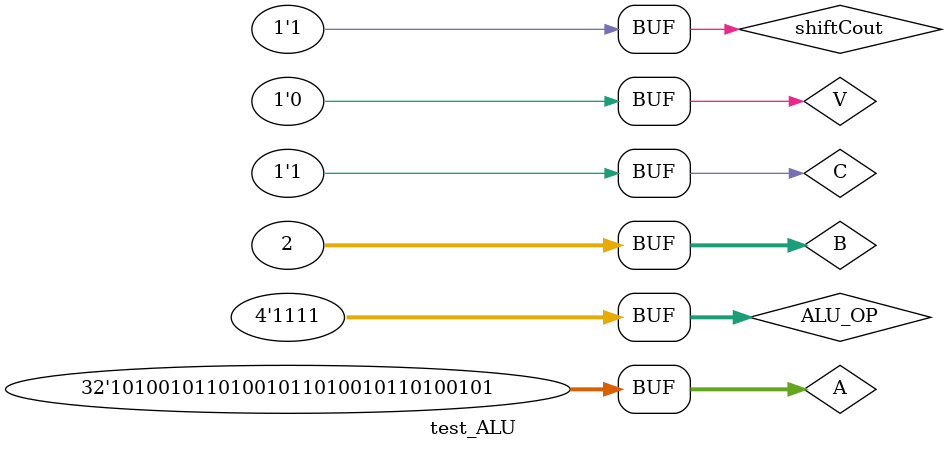
<source format=v>
`timescale 1ns / 1ps


module test_ALU;

    reg [31:0] A;
    reg [31:0] B;
    reg [3:0] ALU_OP;
    reg C;
    reg V;
    reg shiftCout;
    wire [31:0] F;
    wire [3:0] NZCV;

    ALU uut (
        .A(A), 
        .B(B), 
        .ALU_OP(ALU_OP), 
        .C(C), 
        .V(V), 
        .F(F), 
        .shiftCout(shiftCout), 
        .NZCV(NZCV)
    );

    initial begin
        A = 0;
        B = 0;
        ALU_OP = 0;
        C = 0;
        V = 0;
        shiftCout = 0;

        #100;
        
        A = 32'hA5A5A5A5;
        B = 32'h00000002;
        //Test & operation
        ALU_OP = 4'h0;
        #10;

        // Test XOR operation
        ALU_OP = 4'h1;
        #10;

        // Test SUB A-B operation
        ALU_OP = 4'h2;
        #10;
        
        // Test SUB B-A operation
        ALU_OP = 4'h3;
        #10;

        // Test ADD operation
        ALU_OP = 4'h4;
        #10;
        
        // Test Carry_ADD operation
        ALU_OP = 4'h5;
        #10;
        
        // Test Carry_SUB A-B operation
        ALU_OP = 4'h6;
        #10;
        
        // Test Carry_SUB B-A operation
        ALU_OP = 4'h7;
        #10;
        
         // Test PassA operation
        ALU_OP = 4'h8;
        #10;
        
         // Test SUB A-B+4 operation
        ALU_OP = 4'hA;
        #10;

        // Test OR operation
        ALU_OP = 4'hC;
        #10;
        
        // Test PassB operation
        ALU_OP = 4'hD;
        #10;

        // Test A&not B operation
        ALU_OP = 4'hE;
        #10;

        // Test NOT B operation
        ALU_OP = 4'hF;
        #10;

        C=1;
        shiftCout = 1;
        //Test & operation
        ALU_OP = 4'h0;
        #10;

        // Test XOR operation
        ALU_OP = 4'h1;
        #10;

        // Test SUB A-B operation
        ALU_OP = 4'h2;
        #10;
        
        // Test SUB B-A operation
        ALU_OP = 4'h3;
        #10;

        // Test ADD operation
        ALU_OP = 4'h4;
        #10;
        
        // Test Carry_ADD operation
        ALU_OP = 4'h5;
        #10;
        
        // Test Carry_SUB A-B operation
        ALU_OP = 4'h6;
        #10;
        
        // Test Carry_SUB B-A operation
        ALU_OP = 4'h7;
        #10;
        
         // Test PassA operation
        ALU_OP = 4'h8;
        #10;
        
         // Test SUB A-B+4 operation
        ALU_OP = 4'hA;
        #10;

        // Test OR operation
        ALU_OP = 4'hC;
        #10;
        
        // Test PassB operation
        ALU_OP = 4'hD;
        #10;
      
        // Test A&not B operation
        ALU_OP = 4'hE;
        #10;

        // Test NOT B operation
        ALU_OP = 4'hF;
        #10;
        
    end
      
endmodule

</source>
